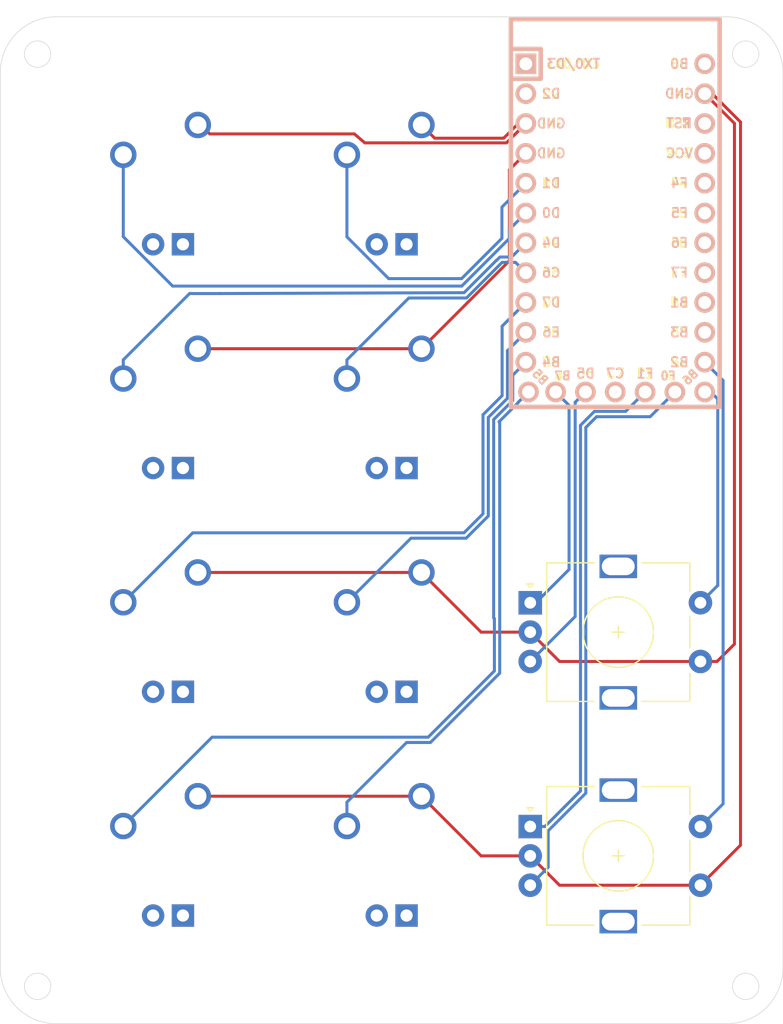
<source format=kicad_pcb>
(kicad_pcb (version 20171130) (host pcbnew "(5.1.5)-2")

  (general
    (thickness 1.6)
    (drawings 18)
    (tracks 133)
    (zones 0)
    (modules 11)
    (nets 28)
  )

  (page A4)
  (layers
    (0 F.Cu signal)
    (31 B.Cu signal)
    (32 B.Adhes user)
    (33 F.Adhes user)
    (34 B.Paste user)
    (35 F.Paste user)
    (36 B.SilkS user)
    (37 F.SilkS user)
    (38 B.Mask user)
    (39 F.Mask user)
    (40 Dwgs.User user)
    (41 Cmts.User user)
    (42 Eco1.User user)
    (43 Eco2.User user)
    (44 Edge.Cuts user)
    (45 Margin user)
    (46 B.CrtYd user)
    (47 F.CrtYd user)
    (48 B.Fab user)
    (49 F.Fab user)
  )

  (setup
    (last_trace_width 0.254)
    (trace_clearance 0.2)
    (zone_clearance 0.508)
    (zone_45_only no)
    (trace_min 0.2)
    (via_size 0.8)
    (via_drill 0.4)
    (via_min_size 0.4)
    (via_min_drill 0.3)
    (uvia_size 0.3)
    (uvia_drill 0.1)
    (uvias_allowed no)
    (uvia_min_size 0.2)
    (uvia_min_drill 0.1)
    (edge_width 0.05)
    (segment_width 0.2)
    (pcb_text_width 0.3)
    (pcb_text_size 1.5 1.5)
    (mod_edge_width 0.12)
    (mod_text_size 1 1)
    (mod_text_width 0.15)
    (pad_size 1.524 1.524)
    (pad_drill 0.762)
    (pad_to_mask_clearance 0.051)
    (solder_mask_min_width 0.25)
    (aux_axis_origin 0 0)
    (visible_elements 7FFFFFFF)
    (pcbplotparams
      (layerselection 0x010fc_ffffffff)
      (usegerberextensions false)
      (usegerberattributes false)
      (usegerberadvancedattributes false)
      (creategerberjobfile false)
      (excludeedgelayer true)
      (linewidth 0.100000)
      (plotframeref false)
      (viasonmask false)
      (mode 1)
      (useauxorigin false)
      (hpglpennumber 1)
      (hpglpenspeed 20)
      (hpglpendiameter 15.000000)
      (psnegative false)
      (psa4output false)
      (plotreference true)
      (plotvalue true)
      (plotinvisibletext false)
      (padsonsilk false)
      (subtractmaskfromsilk false)
      (outputformat 1)
      (mirror false)
      (drillshape 1)
      (scaleselection 1)
      (outputdirectory ""))
  )

  (net 0 "")
  (net 1 SWA1)
  (net 2 GND)
  (net 3 SWB1)
  (net 4 SWB2)
  (net 5 SWC1)
  (net 6 SWC2)
  (net 7 SWD1)
  (net 8 SWD2)
  (net 9 "Net-(U1-Pad27)")
  (net 10 "Net-(U1-Pad24)")
  (net 11 "Net-(U1-Pad22)")
  (net 12 VCC)
  (net 13 SWA2)
  (net 14 "Net-(U1-Pad2)")
  (net 15 "Net-(U1-Pad1)")
  (net 16 Enc1A)
  (net 17 Enc1B)
  (net 18 SWC3)
  (net 19 Enc2A)
  (net 20 Enc2B)
  (net 21 SWD3)
  (net 22 "Net-(U1-Pad15)")
  (net 23 "Net-(U1-Pad16)")
  (net 24 "Net-(U1-Pad17)")
  (net 25 "Net-(U1-Pad18)")
  (net 26 "Net-(U1-Pad19)")
  (net 27 "Net-(U1-Pad20)")

  (net_class Default "This is the default net class."
    (clearance 0.2)
    (trace_width 0.254)
    (via_dia 0.8)
    (via_drill 0.4)
    (uvia_dia 0.3)
    (uvia_drill 0.1)
    (add_net Enc1A)
    (add_net Enc1B)
    (add_net Enc2A)
    (add_net Enc2B)
    (add_net GND)
    (add_net "Net-(U1-Pad1)")
    (add_net "Net-(U1-Pad15)")
    (add_net "Net-(U1-Pad16)")
    (add_net "Net-(U1-Pad17)")
    (add_net "Net-(U1-Pad18)")
    (add_net "Net-(U1-Pad19)")
    (add_net "Net-(U1-Pad2)")
    (add_net "Net-(U1-Pad20)")
    (add_net "Net-(U1-Pad22)")
    (add_net "Net-(U1-Pad24)")
    (add_net "Net-(U1-Pad27)")
    (add_net SWA1)
    (add_net SWA2)
    (add_net SWB1)
    (add_net SWB2)
    (add_net SWC1)
    (add_net SWC2)
    (add_net SWC3)
    (add_net SWD1)
    (add_net SWD2)
    (add_net SWD3)
    (add_net VCC)
  )

  (net_class Power ""
    (clearance 0.2)
    (trace_width 0.381)
    (via_dia 0.8)
    (via_drill 0.4)
    (uvia_dia 0.3)
    (uvia_drill 0.1)
  )

  (module Keebio-Parts:Elite-C (layer F.Cu) (tedit 5BDF551E) (tstamp 5DFAB5E7)
    (at 138.557 38.735 270)
    (path /5DFA8FFC)
    (fp_text reference U1 (at 0 1.625 270) (layer F.SilkS) hide
      (effects (font (size 1.2 1.2) (thickness 0.2032)))
    )
    (fp_text value Elite-C (at 0 0 270) (layer F.SilkS) hide
      (effects (font (size 1.2 1.2) (thickness 0.2032)))
    )
    (fp_line (start -12.7 6.35) (end -12.7 8.89) (layer B.SilkS) (width 0.381))
    (fp_line (start -15.24 6.35) (end -12.7 6.35) (layer B.SilkS) (width 0.381))
    (fp_text user D2 (at -11.43 5.461 180) (layer B.SilkS)
      (effects (font (size 0.8 0.8) (thickness 0.15)) (justify mirror))
    )
    (fp_text user D0 (at -1.27 5.461 180) (layer B.SilkS)
      (effects (font (size 0.8 0.8) (thickness 0.15)) (justify mirror))
    )
    (fp_text user D1 (at -3.81 5.461 180) (layer B.SilkS)
      (effects (font (size 0.8 0.8) (thickness 0.15)) (justify mirror))
    )
    (fp_text user GND (at -6.35 5.461 180) (layer B.SilkS)
      (effects (font (size 0.8 0.8) (thickness 0.15)) (justify mirror))
    )
    (fp_text user GND (at -8.89 5.461 180) (layer B.SilkS)
      (effects (font (size 0.8 0.8) (thickness 0.15)) (justify mirror))
    )
    (fp_text user D4 (at 1.27 5.461 180) (layer B.SilkS)
      (effects (font (size 0.8 0.8) (thickness 0.15)) (justify mirror))
    )
    (fp_text user C6 (at 3.81 5.461 180) (layer B.SilkS)
      (effects (font (size 0.8 0.8) (thickness 0.15)) (justify mirror))
    )
    (fp_text user D7 (at 6.35 5.461 180) (layer B.SilkS)
      (effects (font (size 0.8 0.8) (thickness 0.15)) (justify mirror))
    )
    (fp_text user E6 (at 8.89 5.461 180) (layer B.SilkS)
      (effects (font (size 0.8 0.8) (thickness 0.15)) (justify mirror))
    )
    (fp_text user B4 (at 11.43 5.461 180) (layer B.SilkS)
      (effects (font (size 0.8 0.8) (thickness 0.15)) (justify mirror))
    )
    (fp_text user B5 (at 12.7 6.4 135) (layer B.SilkS)
      (effects (font (size 0.7 0.7) (thickness 0.15)) (justify mirror))
    )
    (fp_text user B2 (at 11.43 -5.461 180) (layer F.SilkS)
      (effects (font (size 0.8 0.8) (thickness 0.15)))
    )
    (fp_text user B3 (at 8.89 -5.461 180) (layer B.SilkS)
      (effects (font (size 0.8 0.8) (thickness 0.15)) (justify mirror))
    )
    (fp_text user B1 (at 6.35 -5.461 180) (layer B.SilkS)
      (effects (font (size 0.8 0.8) (thickness 0.15)) (justify mirror))
    )
    (fp_text user F7 (at 3.81 -5.461 180) (layer F.SilkS)
      (effects (font (size 0.8 0.8) (thickness 0.15)))
    )
    (fp_text user F6 (at 1.27 -5.461 180) (layer F.SilkS)
      (effects (font (size 0.8 0.8) (thickness 0.15)))
    )
    (fp_text user F5 (at -1.27 -5.461 180) (layer F.SilkS)
      (effects (font (size 0.8 0.8) (thickness 0.15)))
    )
    (fp_text user F4 (at -3.81 -5.461 180) (layer B.SilkS)
      (effects (font (size 0.8 0.8) (thickness 0.15)) (justify mirror))
    )
    (fp_text user VCC (at -6.35 -5.461 180) (layer B.SilkS)
      (effects (font (size 0.8 0.8) (thickness 0.15)) (justify mirror))
    )
    (fp_text user GND (at -11.43 -5.461 180) (layer B.SilkS)
      (effects (font (size 0.8 0.8) (thickness 0.15)) (justify mirror))
    )
    (fp_text user B0 (at -13.97 -5.461 180) (layer B.SilkS)
      (effects (font (size 0.8 0.8) (thickness 0.15)) (justify mirror))
    )
    (fp_text user B0 (at -13.97 -5.461 180) (layer F.SilkS)
      (effects (font (size 0.8 0.8) (thickness 0.15)))
    )
    (fp_text user GND (at -11.43 -5.461 180) (layer F.SilkS)
      (effects (font (size 0.8 0.8) (thickness 0.15)))
    )
    (fp_text user ST (at -8.92 -5.73312 180) (layer F.SilkS)
      (effects (font (size 0.8 0.8) (thickness 0.15)))
    )
    (fp_text user VCC (at -6.35 -5.461 180) (layer F.SilkS)
      (effects (font (size 0.8 0.8) (thickness 0.15)))
    )
    (fp_text user F4 (at -3.81 -5.461 180) (layer F.SilkS)
      (effects (font (size 0.8 0.8) (thickness 0.15)))
    )
    (fp_text user F5 (at -1.27 -5.461 180) (layer B.SilkS)
      (effects (font (size 0.8 0.8) (thickness 0.15)) (justify mirror))
    )
    (fp_text user F6 (at 1.27 -5.461 180) (layer B.SilkS)
      (effects (font (size 0.8 0.8) (thickness 0.15)) (justify mirror))
    )
    (fp_text user F7 (at 3.81 -5.461 180) (layer B.SilkS)
      (effects (font (size 0.8 0.8) (thickness 0.15)) (justify mirror))
    )
    (fp_text user B1 (at 6.35 -5.461 180) (layer F.SilkS)
      (effects (font (size 0.8 0.8) (thickness 0.15)))
    )
    (fp_text user B3 (at 8.89 -5.461 180) (layer F.SilkS)
      (effects (font (size 0.8 0.8) (thickness 0.15)))
    )
    (fp_text user B2 (at 11.43 -5.461 180) (layer B.SilkS)
      (effects (font (size 0.8 0.8) (thickness 0.15)) (justify mirror))
    )
    (fp_text user B5 (at 12.7 6.4 135) (layer F.SilkS)
      (effects (font (size 0.7 0.7) (thickness 0.15)))
    )
    (fp_text user B4 (at 11.43 5.461 180) (layer F.SilkS)
      (effects (font (size 0.8 0.8) (thickness 0.15)))
    )
    (fp_text user E6 (at 8.89 5.461 180) (layer F.SilkS)
      (effects (font (size 0.8 0.8) (thickness 0.15)))
    )
    (fp_text user D7 (at 6.35 5.461 180) (layer F.SilkS)
      (effects (font (size 0.8 0.8) (thickness 0.15)))
    )
    (fp_text user C6 (at 3.81 5.461 180) (layer F.SilkS)
      (effects (font (size 0.8 0.8) (thickness 0.15)))
    )
    (fp_text user D4 (at 1.27 5.461 180) (layer F.SilkS)
      (effects (font (size 0.8 0.8) (thickness 0.15)))
    )
    (fp_text user GND (at -8.89 5.461 180) (layer F.SilkS)
      (effects (font (size 0.8 0.8) (thickness 0.15)))
    )
    (fp_text user GND (at -6.35 5.461 180) (layer F.SilkS)
      (effects (font (size 0.8 0.8) (thickness 0.15)))
    )
    (fp_text user D1 (at -3.81 5.461 180) (layer F.SilkS)
      (effects (font (size 0.8 0.8) (thickness 0.15)))
    )
    (fp_text user D0 (at -1.27 5.461 180) (layer F.SilkS)
      (effects (font (size 0.8 0.8) (thickness 0.15)))
    )
    (fp_text user D2 (at -11.43 5.461 180) (layer F.SilkS)
      (effects (font (size 0.8 0.8) (thickness 0.15)))
    )
    (fp_text user TX0/D3 (at -13.97 3.571872 180) (layer B.SilkS)
      (effects (font (size 0.8 0.8) (thickness 0.15)) (justify mirror))
    )
    (fp_text user TX0/D3 (at -13.97 3.571872 180) (layer F.SilkS)
      (effects (font (size 0.8 0.8) (thickness 0.15)))
    )
    (fp_line (start -15.24 8.89) (end 15.24 8.89) (layer F.SilkS) (width 0.381))
    (fp_line (start 15.24 8.89) (end 15.24 -8.89) (layer F.SilkS) (width 0.381))
    (fp_line (start 15.24 -8.89) (end -15.24 -8.89) (layer F.SilkS) (width 0.381))
    (fp_line (start -15.24 6.35) (end -12.7 6.35) (layer F.SilkS) (width 0.381))
    (fp_line (start -12.7 6.35) (end -12.7 8.89) (layer F.SilkS) (width 0.381))
    (fp_poly (pts (xy -9.36064 -4.931568) (xy -9.06064 -4.931568) (xy -9.06064 -4.831568) (xy -9.36064 -4.831568)) (layer F.SilkS) (width 0.15))
    (fp_poly (pts (xy -8.96064 -4.731568) (xy -8.86064 -4.731568) (xy -8.86064 -4.631568) (xy -8.96064 -4.631568)) (layer F.SilkS) (width 0.15))
    (fp_poly (pts (xy -9.36064 -4.931568) (xy -9.26064 -4.931568) (xy -9.26064 -4.431568) (xy -9.36064 -4.431568)) (layer F.SilkS) (width 0.15))
    (fp_poly (pts (xy -9.36064 -4.531568) (xy -8.56064 -4.531568) (xy -8.56064 -4.431568) (xy -9.36064 -4.431568)) (layer F.SilkS) (width 0.15))
    (fp_poly (pts (xy -8.76064 -4.931568) (xy -8.56064 -4.931568) (xy -8.56064 -4.831568) (xy -8.76064 -4.831568)) (layer F.SilkS) (width 0.15))
    (fp_text user ST (at -8.91 -5.04 180) (layer B.SilkS)
      (effects (font (size 0.8 0.8) (thickness 0.15)) (justify mirror))
    )
    (fp_poly (pts (xy -8.95097 -6.044635) (xy -8.85097 -6.044635) (xy -8.85097 -6.144635) (xy -8.95097 -6.144635)) (layer B.SilkS) (width 0.15))
    (fp_poly (pts (xy -9.35097 -6.244635) (xy -8.55097 -6.244635) (xy -8.55097 -6.344635) (xy -9.35097 -6.344635)) (layer B.SilkS) (width 0.15))
    (fp_poly (pts (xy -8.75097 -5.844635) (xy -8.55097 -5.844635) (xy -8.55097 -5.944635) (xy -8.75097 -5.944635)) (layer B.SilkS) (width 0.15))
    (fp_poly (pts (xy -9.35097 -5.844635) (xy -9.05097 -5.844635) (xy -9.05097 -5.944635) (xy -9.35097 -5.944635)) (layer B.SilkS) (width 0.15))
    (fp_poly (pts (xy -9.35097 -5.844635) (xy -9.25097 -5.844635) (xy -9.25097 -6.344635) (xy -9.35097 -6.344635)) (layer B.SilkS) (width 0.15))
    (fp_line (start 15.24 -8.89) (end -17.78 -8.89) (layer B.SilkS) (width 0.381))
    (fp_line (start 15.24 8.89) (end 15.24 -8.89) (layer B.SilkS) (width 0.381))
    (fp_line (start -17.78 8.89) (end 15.24 8.89) (layer B.SilkS) (width 0.381))
    (fp_line (start -17.78 -8.89) (end -17.78 8.89) (layer B.SilkS) (width 0.381))
    (fp_line (start -15.24 -8.89) (end -17.78 -8.89) (layer F.SilkS) (width 0.381))
    (fp_line (start -17.78 -8.89) (end -17.78 8.89) (layer F.SilkS) (width 0.381))
    (fp_line (start -17.78 8.89) (end -15.24 8.89) (layer F.SilkS) (width 0.381))
    (fp_line (start -14.224 -3.556) (end -14.224 3.81) (layer Dwgs.User) (width 0.2))
    (fp_line (start -14.224 3.81) (end -19.304 3.81) (layer Dwgs.User) (width 0.2))
    (fp_line (start -19.304 3.81) (end -19.304 -3.556) (layer Dwgs.User) (width 0.2))
    (fp_line (start -19.304 -3.556) (end -14.224 -3.556) (layer Dwgs.User) (width 0.2))
    (fp_line (start -15.24 6.35) (end -15.24 8.89) (layer B.SilkS) (width 0.381))
    (fp_line (start -15.24 6.35) (end -15.24 8.89) (layer F.SilkS) (width 0.381))
    (fp_text user B7 (at 12.6 4.5 180) (layer F.SilkS)
      (effects (font (size 0.7 0.7) (thickness 0.15)))
    )
    (fp_text user B7 (at 12.6 4.5 180) (layer B.SilkS)
      (effects (font (size 0.7 0.7) (thickness 0.15)) (justify mirror))
    )
    (fp_text user F0 (at 12.6 -4.5 180) (layer B.SilkS)
      (effects (font (size 0.7 0.7) (thickness 0.15)) (justify mirror))
    )
    (fp_text user F0 (at 12.6 -4.5 180) (layer F.SilkS)
      (effects (font (size 0.7 0.7) (thickness 0.15)))
    )
    (fp_text user B6 (at 12.7 -6.4 45 unlocked) (layer F.SilkS)
      (effects (font (size 0.7 0.7) (thickness 0.15)))
    )
    (fp_text user B6 (at 12.7 -6.4 45 unlocked) (layer B.SilkS)
      (effects (font (size 0.7 0.7) (thickness 0.15)) (justify mirror))
    )
    (fp_text user C7 (at 12.4 0 180) (layer F.SilkS)
      (effects (font (size 0.8 0.8) (thickness 0.15)))
    )
    (fp_text user C7 (at 12.4 0 180) (layer B.SilkS)
      (effects (font (size 0.8 0.8) (thickness 0.15)) (justify mirror))
    )
    (fp_text user F1 (at 12.4 -2.54 180) (layer B.SilkS)
      (effects (font (size 0.8 0.8) (thickness 0.15)) (justify mirror))
    )
    (fp_text user F1 (at 12.4 -2.54 180) (layer F.SilkS)
      (effects (font (size 0.8 0.8) (thickness 0.15)))
    )
    (fp_text user D5 (at 12.4 2.54 180) (layer F.SilkS)
      (effects (font (size 0.8 0.8) (thickness 0.15)))
    )
    (fp_text user D5 (at 12.4 2.54 180) (layer B.SilkS)
      (effects (font (size 0.8 0.8) (thickness 0.15)) (justify mirror))
    )
    (pad 1 thru_hole rect (at -13.97 7.62 270) (size 1.7526 1.7526) (drill 1.0922) (layers *.Cu *.SilkS *.Mask)
      (net 15 "Net-(U1-Pad1)"))
    (pad 2 thru_hole circle (at -11.43 7.62 270) (size 1.7526 1.7526) (drill 1.0922) (layers *.Cu *.SilkS *.Mask)
      (net 14 "Net-(U1-Pad2)"))
    (pad 3 thru_hole circle (at -8.89 7.62 270) (size 1.7526 1.7526) (drill 1.0922) (layers *.Cu *.SilkS *.Mask)
      (net 2 GND))
    (pad 4 thru_hole circle (at -6.35 7.62 270) (size 1.7526 1.7526) (drill 1.0922) (layers *.Cu *.SilkS *.Mask)
      (net 2 GND))
    (pad 5 thru_hole circle (at -3.81 7.62 270) (size 1.7526 1.7526) (drill 1.0922) (layers *.Cu *.SilkS *.Mask)
      (net 13 SWA2))
    (pad 6 thru_hole circle (at -1.27 7.62 270) (size 1.7526 1.7526) (drill 1.0922) (layers *.Cu *.SilkS *.Mask)
      (net 1 SWA1))
    (pad 7 thru_hole circle (at 1.27 7.62 270) (size 1.7526 1.7526) (drill 1.0922) (layers *.Cu *.SilkS *.Mask)
      (net 3 SWB1))
    (pad 8 thru_hole circle (at 3.81 7.62 270) (size 1.7526 1.7526) (drill 1.0922) (layers *.Cu *.SilkS *.Mask)
      (net 4 SWB2))
    (pad 9 thru_hole circle (at 6.35 7.62 270) (size 1.7526 1.7526) (drill 1.0922) (layers *.Cu *.SilkS *.Mask)
      (net 5 SWC1))
    (pad 10 thru_hole circle (at 8.89 7.62 270) (size 1.7526 1.7526) (drill 1.0922) (layers *.Cu *.SilkS *.Mask)
      (net 6 SWC2))
    (pad 11 thru_hole circle (at 11.43 7.62 270) (size 1.7526 1.7526) (drill 1.0922) (layers *.Cu *.SilkS *.Mask)
      (net 7 SWD1))
    (pad 13 thru_hole circle (at 13.97 -7.62 270) (size 1.7526 1.7526) (drill 1.0922) (layers *.Cu *.SilkS *.Mask)
      (net 18 SWC3))
    (pad 14 thru_hole circle (at 11.43 -7.62 270) (size 1.7526 1.7526) (drill 1.0922) (layers *.Cu *.SilkS *.Mask)
      (net 21 SWD3))
    (pad 15 thru_hole circle (at 8.89 -7.62 270) (size 1.7526 1.7526) (drill 1.0922) (layers *.Cu *.SilkS *.Mask)
      (net 22 "Net-(U1-Pad15)"))
    (pad 16 thru_hole circle (at 6.35 -7.62 270) (size 1.7526 1.7526) (drill 1.0922) (layers *.Cu *.SilkS *.Mask)
      (net 23 "Net-(U1-Pad16)"))
    (pad 17 thru_hole circle (at 3.81 -7.62 270) (size 1.7526 1.7526) (drill 1.0922) (layers *.Cu *.SilkS *.Mask)
      (net 24 "Net-(U1-Pad17)"))
    (pad 18 thru_hole circle (at 1.27 -7.62 270) (size 1.7526 1.7526) (drill 1.0922) (layers *.Cu *.SilkS *.Mask)
      (net 25 "Net-(U1-Pad18)"))
    (pad 19 thru_hole circle (at -1.27 -7.62 270) (size 1.7526 1.7526) (drill 1.0922) (layers *.Cu *.SilkS *.Mask)
      (net 26 "Net-(U1-Pad19)"))
    (pad 20 thru_hole circle (at -3.81 -7.62 270) (size 1.7526 1.7526) (drill 1.0922) (layers *.Cu *.SilkS *.Mask)
      (net 27 "Net-(U1-Pad20)"))
    (pad 21 thru_hole circle (at -6.35 -7.62 270) (size 1.7526 1.7526) (drill 1.0922) (layers *.Cu *.SilkS *.Mask)
      (net 12 VCC))
    (pad 22 thru_hole circle (at -8.89 -7.62 270) (size 1.7526 1.7526) (drill 1.0922) (layers *.Cu *.SilkS *.Mask)
      (net 11 "Net-(U1-Pad22)"))
    (pad 23 thru_hole circle (at -11.43 -7.62 270) (size 1.7526 1.7526) (drill 1.0922) (layers *.Cu *.SilkS *.Mask)
      (net 2 GND))
    (pad 12 thru_hole circle (at 13.97 7.3914 270) (size 1.7526 1.7526) (drill 1.0922) (layers *.Cu *.SilkS *.Mask)
      (net 8 SWD2))
    (pad 24 thru_hole circle (at -13.97 -7.62 270) (size 1.7526 1.7526) (drill 1.0922) (layers *.Cu *.SilkS *.Mask)
      (net 10 "Net-(U1-Pad24)"))
    (pad 29 thru_hole circle (at 13.97 -5.08 270) (size 1.7526 1.7526) (drill 1.0922) (layers *.Cu *.SilkS *.Mask)
      (net 20 Enc2B))
    (pad 28 thru_hole circle (at 13.97 -2.54 270) (size 1.7526 1.7526) (drill 1.0922) (layers *.Cu *.SilkS *.Mask)
      (net 19 Enc2A))
    (pad 27 thru_hole circle (at 13.97 0 270) (size 1.7526 1.7526) (drill 1.0922) (layers *.Cu *.SilkS *.Mask)
      (net 9 "Net-(U1-Pad27)"))
    (pad 26 thru_hole circle (at 13.97 2.54 270) (size 1.7526 1.7526) (drill 1.0922) (layers *.Cu *.SilkS *.Mask)
      (net 17 Enc1B))
    (pad 25 thru_hole circle (at 13.97 5.08 270) (size 1.7526 1.7526) (drill 1.0922) (layers *.Cu *.SilkS *.Mask)
      (net 16 Enc1A))
    (model /Users/danny/Documents/proj/custom-keyboard/kicad-libs/3d_models/ArduinoProMicro.wrl
      (offset (xyz -13.96999979019165 -7.619999885559082 -5.841999912261963))
      (scale (xyz 0.395 0.395 0.395))
      (rotate (xyz 90 180 180))
    )
  )

  (module Keebio-Parts:RotaryEncoder_EC11 (layer F.Cu) (tedit 5D936EDB) (tstamp 5DFD99DB)
    (at 138.811 92.202)
    (descr "Alps rotary encoder, EC12E... with switch, vertical shaft, http://www.alps.com/prod/info/E/HTML/Encoder/Incremental/EC11/EC11E15204A3.html")
    (tags "rotary encoder")
    (path /5E04C0DB)
    (fp_text reference SW_E2 (at -4.7 -7.2) (layer F.Fab)
      (effects (font (size 1 1) (thickness 0.15)))
    )
    (fp_text value Rotary_Encoder_Switch (at 0 7.9) (layer F.Fab)
      (effects (font (size 1 1) (thickness 0.15)))
    )
    (fp_circle (center 0 0) (end 3 0) (layer F.Fab) (width 0.12))
    (fp_circle (center 0 0) (end 3 0) (layer F.SilkS) (width 0.12))
    (fp_line (start 8.5 7.1) (end -9 7.1) (layer F.CrtYd) (width 0.05))
    (fp_line (start 8.5 7.1) (end 8.5 -7.1) (layer F.CrtYd) (width 0.05))
    (fp_line (start -9 -7.1) (end -9 7.1) (layer F.CrtYd) (width 0.05))
    (fp_line (start -9 -7.1) (end 8.5 -7.1) (layer F.CrtYd) (width 0.05))
    (fp_line (start -5 -5.8) (end 6 -5.8) (layer F.Fab) (width 0.12))
    (fp_line (start 6 -5.8) (end 6 5.8) (layer F.Fab) (width 0.12))
    (fp_line (start 6 5.8) (end -6 5.8) (layer F.Fab) (width 0.12))
    (fp_line (start -6 5.8) (end -6 -4.7) (layer F.Fab) (width 0.12))
    (fp_line (start -6 -4.7) (end -5 -5.8) (layer F.Fab) (width 0.12))
    (fp_line (start 2 -5.9) (end 6.1 -5.9) (layer F.SilkS) (width 0.12))
    (fp_line (start 6.1 5.9) (end 2 5.9) (layer F.SilkS) (width 0.12))
    (fp_line (start -2 5.9) (end -6.1 5.9) (layer F.SilkS) (width 0.12))
    (fp_line (start -2 -5.9) (end -6.1 -5.9) (layer F.SilkS) (width 0.12))
    (fp_line (start -6.1 -5.9) (end -6.1 5.9) (layer F.SilkS) (width 0.12))
    (fp_line (start -7.5 -3.8) (end -7.8 -4.1) (layer F.SilkS) (width 0.12))
    (fp_line (start -7.8 -4.1) (end -7.2 -4.1) (layer F.SilkS) (width 0.12))
    (fp_line (start -7.2 -4.1) (end -7.5 -3.8) (layer F.SilkS) (width 0.12))
    (fp_line (start 0 -3) (end 0 3) (layer F.Fab) (width 0.12))
    (fp_line (start -3 0) (end 3 0) (layer F.Fab) (width 0.12))
    (fp_line (start 6.1 -5.9) (end 6.1 -3.5) (layer F.SilkS) (width 0.12))
    (fp_line (start 6.1 -1.3) (end 6.1 1.3) (layer F.SilkS) (width 0.12))
    (fp_line (start 6.1 3.5) (end 6.1 5.9) (layer F.SilkS) (width 0.12))
    (fp_line (start 0 -0.5) (end 0 0.5) (layer F.SilkS) (width 0.12))
    (fp_line (start -0.5 0) (end 0.5 0) (layer F.SilkS) (width 0.12))
    (fp_text user %R (at 3.6 3.8) (layer F.Fab)
      (effects (font (size 1 1) (thickness 0.15)))
    )
    (pad S1 thru_hole circle (at 7 2.5) (size 2 2) (drill 1) (layers *.Cu *.Mask)
      (net 2 GND))
    (pad S2 thru_hole circle (at 7 -2.5) (size 2 2) (drill 1) (layers *.Cu *.Mask)
      (net 21 SWD3))
    (pad "" np_thru_hole rect (at 0 5.6) (size 3.2 2) (drill oval 2.8 1.5) (layers *.Cu *.Mask))
    (pad "" np_thru_hole rect (at 0 -5.6) (size 3.2 2) (drill oval 2.8 1.5) (layers *.Cu *.Mask))
    (pad B thru_hole circle (at -7.5 2.5) (size 2 2) (drill 1) (layers *.Cu *.Mask)
      (net 20 Enc2B))
    (pad C thru_hole circle (at -7.5 0) (size 2 2) (drill 1) (layers *.Cu *.Mask)
      (net 2 GND))
    (pad A thru_hole rect (at -7.5 -2.5) (size 2 2) (drill 1) (layers *.Cu *.Mask)
      (net 19 Enc2A))
    (model ${KISYS3DMOD}/Rotary_Encoder.3dshapes/RotaryEncoder_Alps_EC11E-Switch_Vertical_H20mm.wrl
      (at (xyz 0 0 0))
      (scale (xyz 1 1 1))
      (rotate (xyz 0 0 0))
    )
  )

  (module MX_Only:MXOnly-1U (layer F.Cu) (tedit 5AC9901D) (tstamp 5DFAB4E4)
    (at 119.507 35.052)
    (path /5E034F42)
    (fp_text reference SW_A2 (at 0 3.175) (layer Dwgs.User)
      (effects (font (size 1 1) (thickness 0.15)))
    )
    (fp_text value MX_LED (at 0 -7.9375) (layer Dwgs.User)
      (effects (font (size 1 1) (thickness 0.15)))
    )
    (fp_line (start 5 -7) (end 7 -7) (layer Dwgs.User) (width 0.15))
    (fp_line (start 7 -7) (end 7 -5) (layer Dwgs.User) (width 0.15))
    (fp_line (start 5 7) (end 7 7) (layer Dwgs.User) (width 0.15))
    (fp_line (start 7 7) (end 7 5) (layer Dwgs.User) (width 0.15))
    (fp_line (start -7 5) (end -7 7) (layer Dwgs.User) (width 0.15))
    (fp_line (start -7 7) (end -5 7) (layer Dwgs.User) (width 0.15))
    (fp_line (start -5 -7) (end -7 -7) (layer Dwgs.User) (width 0.15))
    (fp_line (start -7 -7) (end -7 -5) (layer Dwgs.User) (width 0.15))
    (fp_line (start -9.525 -9.525) (end 9.525 -9.525) (layer Dwgs.User) (width 0.15))
    (fp_line (start 9.525 -9.525) (end 9.525 9.525) (layer Dwgs.User) (width 0.15))
    (fp_line (start 9.525 9.525) (end -9.525 9.525) (layer Dwgs.User) (width 0.15))
    (fp_line (start -9.525 9.525) (end -9.525 -9.525) (layer Dwgs.User) (width 0.15))
    (pad 2 thru_hole circle (at 2.54 -5.08) (size 2.25 2.25) (drill 1.47) (layers *.Cu B.Mask)
      (net 2 GND))
    (pad "" np_thru_hole circle (at 0 0) (size 3.9878 3.9878) (drill 3.9878) (layers *.Cu *.Mask))
    (pad 1 thru_hole circle (at -3.81 -2.54) (size 2.25 2.25) (drill 1.47) (layers *.Cu B.Mask)
      (net 13 SWA2))
    (pad 3 thru_hole circle (at -1.27 5.08) (size 1.905 1.905) (drill 1.04) (layers *.Cu B.Mask))
    (pad 4 thru_hole rect (at 1.27 5.08) (size 1.905 1.905) (drill 1.04) (layers *.Cu B.Mask))
    (pad "" np_thru_hole circle (at -5.08 0 48.0996) (size 1.75 1.75) (drill 1.75) (layers *.Cu *.Mask))
    (pad "" np_thru_hole circle (at 5.08 0 48.0996) (size 1.75 1.75) (drill 1.75) (layers *.Cu *.Mask))
  )

  (module Keebio-Parts:RotaryEncoder_EC11 (layer F.Cu) (tedit 5D936EDB) (tstamp 5DFD97D0)
    (at 138.811 73.152)
    (descr "Alps rotary encoder, EC12E... with switch, vertical shaft, http://www.alps.com/prod/info/E/HTML/Encoder/Incremental/EC11/EC11E15204A3.html")
    (tags "rotary encoder")
    (path /5E04A0CF)
    (fp_text reference SW_E1 (at -4.7 -7.2) (layer F.Fab)
      (effects (font (size 1 1) (thickness 0.15)))
    )
    (fp_text value Rotary_Encoder_Switch (at 0 7.9) (layer F.Fab)
      (effects (font (size 1 1) (thickness 0.15)))
    )
    (fp_text user %R (at 3.6 3.8) (layer F.Fab)
      (effects (font (size 1 1) (thickness 0.15)))
    )
    (fp_line (start -0.5 0) (end 0.5 0) (layer F.SilkS) (width 0.12))
    (fp_line (start 0 -0.5) (end 0 0.5) (layer F.SilkS) (width 0.12))
    (fp_line (start 6.1 3.5) (end 6.1 5.9) (layer F.SilkS) (width 0.12))
    (fp_line (start 6.1 -1.3) (end 6.1 1.3) (layer F.SilkS) (width 0.12))
    (fp_line (start 6.1 -5.9) (end 6.1 -3.5) (layer F.SilkS) (width 0.12))
    (fp_line (start -3 0) (end 3 0) (layer F.Fab) (width 0.12))
    (fp_line (start 0 -3) (end 0 3) (layer F.Fab) (width 0.12))
    (fp_line (start -7.2 -4.1) (end -7.5 -3.8) (layer F.SilkS) (width 0.12))
    (fp_line (start -7.8 -4.1) (end -7.2 -4.1) (layer F.SilkS) (width 0.12))
    (fp_line (start -7.5 -3.8) (end -7.8 -4.1) (layer F.SilkS) (width 0.12))
    (fp_line (start -6.1 -5.9) (end -6.1 5.9) (layer F.SilkS) (width 0.12))
    (fp_line (start -2 -5.9) (end -6.1 -5.9) (layer F.SilkS) (width 0.12))
    (fp_line (start -2 5.9) (end -6.1 5.9) (layer F.SilkS) (width 0.12))
    (fp_line (start 6.1 5.9) (end 2 5.9) (layer F.SilkS) (width 0.12))
    (fp_line (start 2 -5.9) (end 6.1 -5.9) (layer F.SilkS) (width 0.12))
    (fp_line (start -6 -4.7) (end -5 -5.8) (layer F.Fab) (width 0.12))
    (fp_line (start -6 5.8) (end -6 -4.7) (layer F.Fab) (width 0.12))
    (fp_line (start 6 5.8) (end -6 5.8) (layer F.Fab) (width 0.12))
    (fp_line (start 6 -5.8) (end 6 5.8) (layer F.Fab) (width 0.12))
    (fp_line (start -5 -5.8) (end 6 -5.8) (layer F.Fab) (width 0.12))
    (fp_line (start -9 -7.1) (end 8.5 -7.1) (layer F.CrtYd) (width 0.05))
    (fp_line (start -9 -7.1) (end -9 7.1) (layer F.CrtYd) (width 0.05))
    (fp_line (start 8.5 7.1) (end 8.5 -7.1) (layer F.CrtYd) (width 0.05))
    (fp_line (start 8.5 7.1) (end -9 7.1) (layer F.CrtYd) (width 0.05))
    (fp_circle (center 0 0) (end 3 0) (layer F.SilkS) (width 0.12))
    (fp_circle (center 0 0) (end 3 0) (layer F.Fab) (width 0.12))
    (pad A thru_hole rect (at -7.5 -2.5) (size 2 2) (drill 1) (layers *.Cu *.Mask)
      (net 16 Enc1A))
    (pad C thru_hole circle (at -7.5 0) (size 2 2) (drill 1) (layers *.Cu *.Mask)
      (net 2 GND))
    (pad B thru_hole circle (at -7.5 2.5) (size 2 2) (drill 1) (layers *.Cu *.Mask)
      (net 17 Enc1B))
    (pad "" np_thru_hole rect (at 0 -5.6) (size 3.2 2) (drill oval 2.8 1.5) (layers *.Cu *.Mask))
    (pad "" np_thru_hole rect (at 0 5.6) (size 3.2 2) (drill oval 2.8 1.5) (layers *.Cu *.Mask))
    (pad S2 thru_hole circle (at 7 -2.5) (size 2 2) (drill 1) (layers *.Cu *.Mask)
      (net 18 SWC3))
    (pad S1 thru_hole circle (at 7 2.5) (size 2 2) (drill 1) (layers *.Cu *.Mask)
      (net 2 GND))
    (model ${KISYS3DMOD}/Rotary_Encoder.3dshapes/RotaryEncoder_Alps_EC11E-Switch_Vertical_H20mm.wrl
      (at (xyz 0 0 0))
      (scale (xyz 1 1 1))
      (rotate (xyz 0 0 0))
    )
  )

  (module MX_Only:MXOnly-1U (layer F.Cu) (tedit 5AC9901D) (tstamp 5DFAB4FB)
    (at 100.457 54.102)
    (path /5E038B86)
    (fp_text reference SW_B1 (at 0 3.175) (layer Dwgs.User)
      (effects (font (size 1 1) (thickness 0.15)))
    )
    (fp_text value MX_LED (at 0 -7.9375) (layer Dwgs.User)
      (effects (font (size 1 1) (thickness 0.15)))
    )
    (fp_line (start -9.525 9.525) (end -9.525 -9.525) (layer Dwgs.User) (width 0.15))
    (fp_line (start 9.525 9.525) (end -9.525 9.525) (layer Dwgs.User) (width 0.15))
    (fp_line (start 9.525 -9.525) (end 9.525 9.525) (layer Dwgs.User) (width 0.15))
    (fp_line (start -9.525 -9.525) (end 9.525 -9.525) (layer Dwgs.User) (width 0.15))
    (fp_line (start -7 -7) (end -7 -5) (layer Dwgs.User) (width 0.15))
    (fp_line (start -5 -7) (end -7 -7) (layer Dwgs.User) (width 0.15))
    (fp_line (start -7 7) (end -5 7) (layer Dwgs.User) (width 0.15))
    (fp_line (start -7 5) (end -7 7) (layer Dwgs.User) (width 0.15))
    (fp_line (start 7 7) (end 7 5) (layer Dwgs.User) (width 0.15))
    (fp_line (start 5 7) (end 7 7) (layer Dwgs.User) (width 0.15))
    (fp_line (start 7 -7) (end 7 -5) (layer Dwgs.User) (width 0.15))
    (fp_line (start 5 -7) (end 7 -7) (layer Dwgs.User) (width 0.15))
    (pad "" np_thru_hole circle (at 5.08 0 48.0996) (size 1.75 1.75) (drill 1.75) (layers *.Cu *.Mask))
    (pad "" np_thru_hole circle (at -5.08 0 48.0996) (size 1.75 1.75) (drill 1.75) (layers *.Cu *.Mask))
    (pad 4 thru_hole rect (at 1.27 5.08) (size 1.905 1.905) (drill 1.04) (layers *.Cu B.Mask))
    (pad 3 thru_hole circle (at -1.27 5.08) (size 1.905 1.905) (drill 1.04) (layers *.Cu B.Mask))
    (pad 1 thru_hole circle (at -3.81 -2.54) (size 2.25 2.25) (drill 1.47) (layers *.Cu B.Mask)
      (net 3 SWB1))
    (pad "" np_thru_hole circle (at 0 0) (size 3.9878 3.9878) (drill 3.9878) (layers *.Cu *.Mask))
    (pad 2 thru_hole circle (at 2.54 -5.08) (size 2.25 2.25) (drill 1.47) (layers *.Cu B.Mask)
      (net 2 GND))
  )

  (module MX_Only:MXOnly-1U (layer F.Cu) (tedit 5AC9901D) (tstamp 5DFAB56E)
    (at 119.507 92.202)
    (path /5E03A31C)
    (fp_text reference SW_D2 (at 0 3.175) (layer Dwgs.User)
      (effects (font (size 1 1) (thickness 0.15)))
    )
    (fp_text value MX_LED (at 0 -7.9375) (layer Dwgs.User)
      (effects (font (size 1 1) (thickness 0.15)))
    )
    (fp_line (start -9.525 9.525) (end -9.525 -9.525) (layer Dwgs.User) (width 0.15))
    (fp_line (start 9.525 9.525) (end -9.525 9.525) (layer Dwgs.User) (width 0.15))
    (fp_line (start 9.525 -9.525) (end 9.525 9.525) (layer Dwgs.User) (width 0.15))
    (fp_line (start -9.525 -9.525) (end 9.525 -9.525) (layer Dwgs.User) (width 0.15))
    (fp_line (start -7 -7) (end -7 -5) (layer Dwgs.User) (width 0.15))
    (fp_line (start -5 -7) (end -7 -7) (layer Dwgs.User) (width 0.15))
    (fp_line (start -7 7) (end -5 7) (layer Dwgs.User) (width 0.15))
    (fp_line (start -7 5) (end -7 7) (layer Dwgs.User) (width 0.15))
    (fp_line (start 7 7) (end 7 5) (layer Dwgs.User) (width 0.15))
    (fp_line (start 5 7) (end 7 7) (layer Dwgs.User) (width 0.15))
    (fp_line (start 7 -7) (end 7 -5) (layer Dwgs.User) (width 0.15))
    (fp_line (start 5 -7) (end 7 -7) (layer Dwgs.User) (width 0.15))
    (pad "" np_thru_hole circle (at 5.08 0 48.0996) (size 1.75 1.75) (drill 1.75) (layers *.Cu *.Mask))
    (pad "" np_thru_hole circle (at -5.08 0 48.0996) (size 1.75 1.75) (drill 1.75) (layers *.Cu *.Mask))
    (pad 4 thru_hole rect (at 1.27 5.08) (size 1.905 1.905) (drill 1.04) (layers *.Cu B.Mask))
    (pad 3 thru_hole circle (at -1.27 5.08) (size 1.905 1.905) (drill 1.04) (layers *.Cu B.Mask))
    (pad 1 thru_hole circle (at -3.81 -2.54) (size 2.25 2.25) (drill 1.47) (layers *.Cu B.Mask)
      (net 8 SWD2))
    (pad "" np_thru_hole circle (at 0 0) (size 3.9878 3.9878) (drill 3.9878) (layers *.Cu *.Mask))
    (pad 2 thru_hole circle (at 2.54 -5.08) (size 2.25 2.25) (drill 1.47) (layers *.Cu B.Mask)
      (net 2 GND))
  )

  (module MX_Only:MXOnly-1U (layer F.Cu) (tedit 5AC9901D) (tstamp 5DFAB557)
    (at 100.457 92.202)
    (path /5E03A316)
    (fp_text reference SW_D1 (at 0 3.175) (layer Dwgs.User)
      (effects (font (size 1 1) (thickness 0.15)))
    )
    (fp_text value MX_LED (at 0 -7.9375) (layer Dwgs.User)
      (effects (font (size 1 1) (thickness 0.15)))
    )
    (fp_line (start -9.525 9.525) (end -9.525 -9.525) (layer Dwgs.User) (width 0.15))
    (fp_line (start 9.525 9.525) (end -9.525 9.525) (layer Dwgs.User) (width 0.15))
    (fp_line (start 9.525 -9.525) (end 9.525 9.525) (layer Dwgs.User) (width 0.15))
    (fp_line (start -9.525 -9.525) (end 9.525 -9.525) (layer Dwgs.User) (width 0.15))
    (fp_line (start -7 -7) (end -7 -5) (layer Dwgs.User) (width 0.15))
    (fp_line (start -5 -7) (end -7 -7) (layer Dwgs.User) (width 0.15))
    (fp_line (start -7 7) (end -5 7) (layer Dwgs.User) (width 0.15))
    (fp_line (start -7 5) (end -7 7) (layer Dwgs.User) (width 0.15))
    (fp_line (start 7 7) (end 7 5) (layer Dwgs.User) (width 0.15))
    (fp_line (start 5 7) (end 7 7) (layer Dwgs.User) (width 0.15))
    (fp_line (start 7 -7) (end 7 -5) (layer Dwgs.User) (width 0.15))
    (fp_line (start 5 -7) (end 7 -7) (layer Dwgs.User) (width 0.15))
    (pad "" np_thru_hole circle (at 5.08 0 48.0996) (size 1.75 1.75) (drill 1.75) (layers *.Cu *.Mask))
    (pad "" np_thru_hole circle (at -5.08 0 48.0996) (size 1.75 1.75) (drill 1.75) (layers *.Cu *.Mask))
    (pad 4 thru_hole rect (at 1.27 5.08) (size 1.905 1.905) (drill 1.04) (layers *.Cu B.Mask))
    (pad 3 thru_hole circle (at -1.27 5.08) (size 1.905 1.905) (drill 1.04) (layers *.Cu B.Mask))
    (pad 1 thru_hole circle (at -3.81 -2.54) (size 2.25 2.25) (drill 1.47) (layers *.Cu B.Mask)
      (net 7 SWD1))
    (pad "" np_thru_hole circle (at 0 0) (size 3.9878 3.9878) (drill 3.9878) (layers *.Cu *.Mask))
    (pad 2 thru_hole circle (at 2.54 -5.08) (size 2.25 2.25) (drill 1.47) (layers *.Cu B.Mask)
      (net 2 GND))
  )

  (module MX_Only:MXOnly-1U (layer F.Cu) (tedit 5AC9901D) (tstamp 5DFAB540)
    (at 119.507 73.152)
    (path /5E039330)
    (fp_text reference SW_C2 (at 0 3.175) (layer Dwgs.User)
      (effects (font (size 1 1) (thickness 0.15)))
    )
    (fp_text value MX_LED (at 0 -7.9375) (layer Dwgs.User)
      (effects (font (size 1 1) (thickness 0.15)))
    )
    (fp_line (start -9.525 9.525) (end -9.525 -9.525) (layer Dwgs.User) (width 0.15))
    (fp_line (start 9.525 9.525) (end -9.525 9.525) (layer Dwgs.User) (width 0.15))
    (fp_line (start 9.525 -9.525) (end 9.525 9.525) (layer Dwgs.User) (width 0.15))
    (fp_line (start -9.525 -9.525) (end 9.525 -9.525) (layer Dwgs.User) (width 0.15))
    (fp_line (start -7 -7) (end -7 -5) (layer Dwgs.User) (width 0.15))
    (fp_line (start -5 -7) (end -7 -7) (layer Dwgs.User) (width 0.15))
    (fp_line (start -7 7) (end -5 7) (layer Dwgs.User) (width 0.15))
    (fp_line (start -7 5) (end -7 7) (layer Dwgs.User) (width 0.15))
    (fp_line (start 7 7) (end 7 5) (layer Dwgs.User) (width 0.15))
    (fp_line (start 5 7) (end 7 7) (layer Dwgs.User) (width 0.15))
    (fp_line (start 7 -7) (end 7 -5) (layer Dwgs.User) (width 0.15))
    (fp_line (start 5 -7) (end 7 -7) (layer Dwgs.User) (width 0.15))
    (pad "" np_thru_hole circle (at 5.08 0 48.0996) (size 1.75 1.75) (drill 1.75) (layers *.Cu *.Mask))
    (pad "" np_thru_hole circle (at -5.08 0 48.0996) (size 1.75 1.75) (drill 1.75) (layers *.Cu *.Mask))
    (pad 4 thru_hole rect (at 1.27 5.08) (size 1.905 1.905) (drill 1.04) (layers *.Cu B.Mask))
    (pad 3 thru_hole circle (at -1.27 5.08) (size 1.905 1.905) (drill 1.04) (layers *.Cu B.Mask))
    (pad 1 thru_hole circle (at -3.81 -2.54) (size 2.25 2.25) (drill 1.47) (layers *.Cu B.Mask)
      (net 6 SWC2))
    (pad "" np_thru_hole circle (at 0 0) (size 3.9878 3.9878) (drill 3.9878) (layers *.Cu *.Mask))
    (pad 2 thru_hole circle (at 2.54 -5.08) (size 2.25 2.25) (drill 1.47) (layers *.Cu B.Mask)
      (net 2 GND))
  )

  (module MX_Only:MXOnly-1U (layer F.Cu) (tedit 5AC9901D) (tstamp 5DFAB529)
    (at 100.457 73.152)
    (path /5E03932A)
    (fp_text reference SW_C1 (at 0 3.175) (layer Dwgs.User)
      (effects (font (size 1 1) (thickness 0.15)))
    )
    (fp_text value MX_LED (at 0 -7.9375) (layer Dwgs.User)
      (effects (font (size 1 1) (thickness 0.15)))
    )
    (fp_line (start -9.525 9.525) (end -9.525 -9.525) (layer Dwgs.User) (width 0.15))
    (fp_line (start 9.525 9.525) (end -9.525 9.525) (layer Dwgs.User) (width 0.15))
    (fp_line (start 9.525 -9.525) (end 9.525 9.525) (layer Dwgs.User) (width 0.15))
    (fp_line (start -9.525 -9.525) (end 9.525 -9.525) (layer Dwgs.User) (width 0.15))
    (fp_line (start -7 -7) (end -7 -5) (layer Dwgs.User) (width 0.15))
    (fp_line (start -5 -7) (end -7 -7) (layer Dwgs.User) (width 0.15))
    (fp_line (start -7 7) (end -5 7) (layer Dwgs.User) (width 0.15))
    (fp_line (start -7 5) (end -7 7) (layer Dwgs.User) (width 0.15))
    (fp_line (start 7 7) (end 7 5) (layer Dwgs.User) (width 0.15))
    (fp_line (start 5 7) (end 7 7) (layer Dwgs.User) (width 0.15))
    (fp_line (start 7 -7) (end 7 -5) (layer Dwgs.User) (width 0.15))
    (fp_line (start 5 -7) (end 7 -7) (layer Dwgs.User) (width 0.15))
    (pad "" np_thru_hole circle (at 5.08 0 48.0996) (size 1.75 1.75) (drill 1.75) (layers *.Cu *.Mask))
    (pad "" np_thru_hole circle (at -5.08 0 48.0996) (size 1.75 1.75) (drill 1.75) (layers *.Cu *.Mask))
    (pad 4 thru_hole rect (at 1.27 5.08) (size 1.905 1.905) (drill 1.04) (layers *.Cu B.Mask))
    (pad 3 thru_hole circle (at -1.27 5.08) (size 1.905 1.905) (drill 1.04) (layers *.Cu B.Mask))
    (pad 1 thru_hole circle (at -3.81 -2.54) (size 2.25 2.25) (drill 1.47) (layers *.Cu B.Mask)
      (net 5 SWC1))
    (pad "" np_thru_hole circle (at 0 0) (size 3.9878 3.9878) (drill 3.9878) (layers *.Cu *.Mask))
    (pad 2 thru_hole circle (at 2.54 -5.08) (size 2.25 2.25) (drill 1.47) (layers *.Cu B.Mask)
      (net 2 GND))
  )

  (module MX_Only:MXOnly-1U (layer F.Cu) (tedit 5AC9901D) (tstamp 5DFAB512)
    (at 119.507 54.102)
    (path /5E038B8C)
    (fp_text reference SW_B2 (at 0 3.175) (layer Dwgs.User)
      (effects (font (size 1 1) (thickness 0.15)))
    )
    (fp_text value MX_LED (at 0 -7.9375) (layer Dwgs.User)
      (effects (font (size 1 1) (thickness 0.15)))
    )
    (fp_line (start -9.525 9.525) (end -9.525 -9.525) (layer Dwgs.User) (width 0.15))
    (fp_line (start 9.525 9.525) (end -9.525 9.525) (layer Dwgs.User) (width 0.15))
    (fp_line (start 9.525 -9.525) (end 9.525 9.525) (layer Dwgs.User) (width 0.15))
    (fp_line (start -9.525 -9.525) (end 9.525 -9.525) (layer Dwgs.User) (width 0.15))
    (fp_line (start -7 -7) (end -7 -5) (layer Dwgs.User) (width 0.15))
    (fp_line (start -5 -7) (end -7 -7) (layer Dwgs.User) (width 0.15))
    (fp_line (start -7 7) (end -5 7) (layer Dwgs.User) (width 0.15))
    (fp_line (start -7 5) (end -7 7) (layer Dwgs.User) (width 0.15))
    (fp_line (start 7 7) (end 7 5) (layer Dwgs.User) (width 0.15))
    (fp_line (start 5 7) (end 7 7) (layer Dwgs.User) (width 0.15))
    (fp_line (start 7 -7) (end 7 -5) (layer Dwgs.User) (width 0.15))
    (fp_line (start 5 -7) (end 7 -7) (layer Dwgs.User) (width 0.15))
    (pad "" np_thru_hole circle (at 5.08 0 48.0996) (size 1.75 1.75) (drill 1.75) (layers *.Cu *.Mask))
    (pad "" np_thru_hole circle (at -5.08 0 48.0996) (size 1.75 1.75) (drill 1.75) (layers *.Cu *.Mask))
    (pad 4 thru_hole rect (at 1.27 5.08) (size 1.905 1.905) (drill 1.04) (layers *.Cu B.Mask))
    (pad 3 thru_hole circle (at -1.27 5.08) (size 1.905 1.905) (drill 1.04) (layers *.Cu B.Mask))
    (pad 1 thru_hole circle (at -3.81 -2.54) (size 2.25 2.25) (drill 1.47) (layers *.Cu B.Mask)
      (net 4 SWB2))
    (pad "" np_thru_hole circle (at 0 0) (size 3.9878 3.9878) (drill 3.9878) (layers *.Cu *.Mask))
    (pad 2 thru_hole circle (at 2.54 -5.08) (size 2.25 2.25) (drill 1.47) (layers *.Cu B.Mask)
      (net 2 GND))
  )

  (module MX_Only:MXOnly-1U (layer F.Cu) (tedit 5AC9901D) (tstamp 5DFAB4CD)
    (at 100.457 35.052)
    (path /5E0322A7)
    (fp_text reference SW_A1 (at 0 3.175) (layer Dwgs.User)
      (effects (font (size 1 1) (thickness 0.15)))
    )
    (fp_text value MX_LED (at 0 -7.9375) (layer Dwgs.User)
      (effects (font (size 1 1) (thickness 0.15)))
    )
    (fp_line (start 5 -7) (end 7 -7) (layer Dwgs.User) (width 0.15))
    (fp_line (start 7 -7) (end 7 -5) (layer Dwgs.User) (width 0.15))
    (fp_line (start 5 7) (end 7 7) (layer Dwgs.User) (width 0.15))
    (fp_line (start 7 7) (end 7 5) (layer Dwgs.User) (width 0.15))
    (fp_line (start -7 5) (end -7 7) (layer Dwgs.User) (width 0.15))
    (fp_line (start -7 7) (end -5 7) (layer Dwgs.User) (width 0.15))
    (fp_line (start -5 -7) (end -7 -7) (layer Dwgs.User) (width 0.15))
    (fp_line (start -7 -7) (end -7 -5) (layer Dwgs.User) (width 0.15))
    (fp_line (start -9.525 -9.525) (end 9.525 -9.525) (layer Dwgs.User) (width 0.15))
    (fp_line (start 9.525 -9.525) (end 9.525 9.525) (layer Dwgs.User) (width 0.15))
    (fp_line (start 9.525 9.525) (end -9.525 9.525) (layer Dwgs.User) (width 0.15))
    (fp_line (start -9.525 9.525) (end -9.525 -9.525) (layer Dwgs.User) (width 0.15))
    (pad 2 thru_hole circle (at 2.54 -5.08) (size 2.25 2.25) (drill 1.47) (layers *.Cu B.Mask)
      (net 2 GND))
    (pad "" np_thru_hole circle (at 0 0) (size 3.9878 3.9878) (drill 3.9878) (layers *.Cu *.Mask))
    (pad 1 thru_hole circle (at -3.81 -2.54) (size 2.25 2.25) (drill 1.47) (layers *.Cu B.Mask)
      (net 1 SWA1))
    (pad 3 thru_hole circle (at -1.27 5.08) (size 1.905 1.905) (drill 1.04) (layers *.Cu B.Mask))
    (pad 4 thru_hole rect (at 1.27 5.08) (size 1.905 1.905) (drill 1.04) (layers *.Cu B.Mask))
    (pad "" np_thru_hole circle (at -5.08 0 48.0996) (size 1.75 1.75) (drill 1.75) (layers *.Cu *.Mask))
    (pad "" np_thru_hole circle (at 5.08 0 48.0996) (size 1.75 1.75) (drill 1.75) (layers *.Cu *.Mask))
  )

  (gr_circle (center 149.6695 23.9395) (end 150.46325 24.73325) (layer Edge.Cuts) (width 0.05))
  (gr_arc (start 148.082 25.527) (end 152.8445 25.527) (angle -90) (layer Edge.Cuts) (width 0.05))
  (gr_line (start 129.032 82.677) (end 148.082 82.677) (layer Dwgs.User) (width 0.15))
  (gr_line (start 148.082 101.727) (end 148.082 63.627) (layer Dwgs.User) (width 0.15) (tstamp 5DFD9969))
  (gr_line (start 129.032 101.727) (end 148.082 101.727) (layer Dwgs.User) (width 0.15))
  (gr_line (start 148.082 63.627) (end 129.032 63.627) (layer Dwgs.User) (width 0.15))
  (gr_circle (center 89.3445 103.3145) (end 90.13825 104.10825) (layer Edge.Cuts) (width 0.05))
  (gr_circle (center 149.6695 103.3145) (end 150.46325 104.10825) (layer Edge.Cuts) (width 0.05))
  (gr_circle (center 89.3445 23.9395) (end 90.13825 24.73325) (layer Edge.Cuts) (width 0.05))
  (gr_line (start 148.082 106.4895) (end 144.907 106.4895) (layer Edge.Cuts) (width 0.05) (tstamp 5DFAF658))
  (gr_line (start 152.8445 101.727) (end 152.8445 96.9645) (layer Edge.Cuts) (width 0.05) (tstamp 5DFAF657))
  (gr_arc (start 148.082 101.727) (end 148.082 106.4895) (angle -90) (layer Edge.Cuts) (width 0.05))
  (gr_line (start 90.932 106.4895) (end 144.907 106.4895) (layer Edge.Cuts) (width 0.05))
  (gr_line (start 152.8445 25.527) (end 152.8445 96.9645) (layer Edge.Cuts) (width 0.05))
  (gr_line (start 90.932 20.7645) (end 148.082 20.7645) (layer Edge.Cuts) (width 0.05))
  (gr_line (start 86.1695 101.727) (end 86.1695 25.527) (layer Edge.Cuts) (width 0.05) (tstamp 5DFAF563))
  (gr_arc (start 90.932 101.727) (end 86.1695 101.727) (angle -90) (layer Edge.Cuts) (width 0.05))
  (gr_arc (start 90.932 25.527) (end 90.932 20.7645) (angle -90) (layer Edge.Cuts) (width 0.05))

  (segment (start 123.171999 31.096999) (end 122.047 29.972) (width 0.254) (layer F.Cu) (net 2))
  (segment (start 130.937 29.845) (end 130.302 29.845) (width 0.254) (layer F.Cu) (net 2))
  (segment (start 129.050001 31.096999) (end 123.171999 31.096999) (width 0.254) (layer F.Cu) (net 2))
  (segment (start 130.302 29.845) (end 129.050001 31.096999) (width 0.254) (layer F.Cu) (net 2))
  (segment (start 130.937 29.845) (end 129.286 31.496) (width 0.254) (layer F.Cu) (net 2))
  (segment (start 129.286 31.496) (end 117.221 31.496) (width 0.254) (layer F.Cu) (net 2))
  (segment (start 102.997 29.972) (end 103.251 29.972) (width 0.254) (layer F.Cu) (net 2))
  (segment (start 103.251 29.972) (end 104.013 30.734) (width 0.254) (layer F.Cu) (net 2))
  (segment (start 117.221 31.496) (end 116.332 30.734) (width 0.254) (layer F.Cu) (net 2))
  (segment (start 147.225213 75.652) (end 148.709213 74.168) (width 0.254) (layer F.Cu) (net 2))
  (segment (start 145.811 75.652) (end 147.225213 75.652) (width 0.254) (layer F.Cu) (net 2))
  (segment (start 148.709213 29.837213) (end 146.177 27.305) (width 0.254) (layer F.Cu) (net 2))
  (segment (start 148.709213 74.168) (end 148.709213 29.837213) (width 0.254) (layer F.Cu) (net 2))
  (segment (start 146.812 27.305) (end 146.177 27.305) (width 0.254) (layer F.Cu) (net 2))
  (segment (start 149.225 29.718) (end 146.812 27.305) (width 0.254) (layer F.Cu) (net 2))
  (segment (start 145.811 94.702) (end 149.225 91.288) (width 0.254) (layer F.Cu) (net 2))
  (segment (start 149.225 91.288) (end 149.225 29.718) (width 0.254) (layer F.Cu) (net 2))
  (segment (start 133.811 75.652) (end 131.311 73.152) (width 0.254) (layer F.Cu) (net 2))
  (segment (start 145.811 75.652) (end 133.811 75.652) (width 0.254) (layer F.Cu) (net 2))
  (segment (start 133.811 94.702) (end 131.311 92.202) (width 0.254) (layer F.Cu) (net 2))
  (segment (start 145.811 94.702) (end 133.811 94.702) (width 0.254) (layer F.Cu) (net 2))
  (segment (start 129.896787 73.152) (end 131.311 73.152) (width 0.254) (layer F.Cu) (net 2))
  (segment (start 127.127 73.152) (end 129.896787 73.152) (width 0.254) (layer F.Cu) (net 2))
  (segment (start 122.047 68.072) (end 127.127 73.152) (width 0.254) (layer F.Cu) (net 2))
  (segment (start 127.127 92.202) (end 131.311 92.202) (width 0.254) (layer F.Cu) (net 2))
  (segment (start 122.047 87.122) (end 127.127 92.202) (width 0.254) (layer F.Cu) (net 2))
  (segment (start 130.937 32.385) (end 129.54 33.782) (width 0.254) (layer F.Cu) (net 2))
  (segment (start 129.54 41.529) (end 122.047 49.022) (width 0.254) (layer F.Cu) (net 2))
  (segment (start 129.54 33.782) (end 129.54 41.529) (width 0.254) (layer F.Cu) (net 2))
  (segment (start 120.45601 68.072) (end 102.997 68.072) (width 0.254) (layer F.Cu) (net 2))
  (segment (start 122.047 68.072) (end 120.45601 68.072) (width 0.254) (layer F.Cu) (net 2))
  (segment (start 120.45601 87.122) (end 102.997 87.122) (width 0.254) (layer F.Cu) (net 2))
  (segment (start 122.047 87.122) (end 120.45601 87.122) (width 0.254) (layer F.Cu) (net 2))
  (segment (start 130.937 37.465) (end 129.539253 38.862747) (width 0.254) (layer B.Cu) (net 1))
  (segment (start 129.539253 39.624747) (end 125.476 43.688) (width 0.254) (layer B.Cu) (net 1))
  (segment (start 129.539253 38.862747) (end 129.539253 39.624747) (width 0.254) (layer B.Cu) (net 1))
  (segment (start 96.647 34.10299) (end 96.647 32.512) (width 0.254) (layer B.Cu) (net 1))
  (segment (start 96.647 39.485662) (end 96.647 34.10299) (width 0.254) (layer B.Cu) (net 1))
  (segment (start 100.849338 43.688) (end 96.647 39.485662) (width 0.254) (layer B.Cu) (net 1))
  (segment (start 125.476 43.688) (end 100.849338 43.688) (width 0.254) (layer B.Cu) (net 1))
  (segment (start 104.013 30.734) (end 116.332 30.734) (width 0.254) (layer F.Cu) (net 2))
  (segment (start 120.45601 49.022) (end 102.997 49.022) (width 0.254) (layer F.Cu) (net 2))
  (segment (start 122.047 49.022) (end 120.45601 49.022) (width 0.254) (layer F.Cu) (net 2))
  (segment (start 130.937 40.005) (end 129.727309 41.214691) (width 0.254) (layer B.Cu) (net 3))
  (segment (start 128.729644 41.214691) (end 128.463691 41.480644) (width 0.254) (layer B.Cu) (net 3))
  (segment (start 129.727309 41.214691) (end 128.729644 41.214691) (width 0.254) (layer B.Cu) (net 3))
  (segment (start 128.445356 41.480644) (end 125.67601 44.24999) (width 0.254) (layer B.Cu) (net 3))
  (segment (start 128.463691 41.480644) (end 128.445356 41.480644) (width 0.254) (layer B.Cu) (net 3))
  (segment (start 102.29501 44.323) (end 104.902 44.323) (width 0.254) (layer B.Cu) (net 3))
  (segment (start 96.647 49.97101) (end 102.29501 44.323) (width 0.254) (layer B.Cu) (net 3))
  (segment (start 96.647 51.562) (end 96.647 49.97101) (width 0.254) (layer B.Cu) (net 3))
  (segment (start 125.67601 44.24999) (end 104.902 44.323) (width 0.254) (layer B.Cu) (net 3))
  (segment (start 130.060701 41.668701) (end 130.937 42.545) (width 0.254) (layer B.Cu) (net 4))
  (segment (start 115.697 49.97101) (end 120.96401 44.704) (width 0.254) (layer B.Cu) (net 4))
  (segment (start 115.697 51.562) (end 115.697 49.97101) (width 0.254) (layer B.Cu) (net 4))
  (segment (start 128.917701 41.668701) (end 130.060701 41.668701) (width 0.254) (layer B.Cu) (net 4))
  (segment (start 120.96401 44.704) (end 125.882402 44.704) (width 0.254) (layer B.Cu) (net 4))
  (segment (start 125.882402 44.704) (end 128.917701 41.668701) (width 0.254) (layer B.Cu) (net 4))
  (segment (start 130.937 45.085) (end 130.90525 45.085) (width 0.254) (layer B.Cu) (net 5))
  (segment (start 96.647 70.612) (end 102.56201 64.69699) (width 0.254) (layer B.Cu) (net 5))
  (segment (start 102.56201 64.69699) (end 125.668944 64.69699) (width 0.254) (layer B.Cu) (net 5))
  (segment (start 127.288972 63.076962) (end 127.288972 54.640659) (width 0.254) (layer B.Cu) (net 5))
  (segment (start 125.668944 64.69699) (end 127.288972 63.076962) (width 0.254) (layer B.Cu) (net 5))
  (segment (start 130.060701 45.961299) (end 130.937 45.085) (width 0.254) (layer B.Cu) (net 5))
  (segment (start 128.91773 47.10427) (end 130.060701 45.961299) (width 0.254) (layer B.Cu) (net 5))
  (segment (start 128.91773 53.011901) (end 128.91773 47.10427) (width 0.254) (layer B.Cu) (net 5))
  (segment (start 127.288972 54.640659) (end 128.91773 53.011901) (width 0.254) (layer B.Cu) (net 5))
  (segment (start 129.37174 49.19026) (end 130.937 47.625) (width 0.254) (layer B.Cu) (net 6))
  (segment (start 129.37174 53.240128) (end 129.37174 49.19026) (width 0.254) (layer B.Cu) (net 6))
  (segment (start 115.697 70.612) (end 121.158 65.151) (width 0.254) (layer B.Cu) (net 6))
  (segment (start 121.158 65.151) (end 125.857 65.151) (width 0.254) (layer B.Cu) (net 6))
  (segment (start 125.857 65.151) (end 127.742982 63.265018) (width 0.254) (layer B.Cu) (net 6))
  (segment (start 127.742982 63.265018) (end 127.742982 54.868886) (width 0.254) (layer B.Cu) (net 6))
  (segment (start 127.742982 54.868886) (end 129.37174 53.240128) (width 0.254) (layer B.Cu) (net 6))
  (segment (start 130.937 50.165) (end 129.82575 51.27625) (width 0.254) (layer B.Cu) (net 7))
  (segment (start 129.82575 51.27625) (end 129.82575 53.428184) (width 0.254) (layer B.Cu) (net 7))
  (segment (start 128.196991 71.935991) (end 128.26049 71.99949) (width 0.254) (layer B.Cu) (net 7))
  (segment (start 129.82575 53.428184) (end 128.196991 55.056943) (width 0.254) (layer B.Cu) (net 7))
  (segment (start 128.196991 55.056943) (end 128.196991 71.935991) (width 0.254) (layer B.Cu) (net 7))
  (segment (start 128.26049 71.99949) (end 128.26049 76.456444) (width 0.254) (layer B.Cu) (net 7))
  (segment (start 128.26049 76.456444) (end 122.620944 82.09599) (width 0.254) (layer B.Cu) (net 7))
  (segment (start 104.21301 82.09599) (end 96.647 89.662) (width 0.254) (layer B.Cu) (net 7))
  (segment (start 122.620944 82.09599) (end 104.21301 82.09599) (width 0.254) (layer B.Cu) (net 7))
  (segment (start 130.289301 53.581299) (end 130.289301 53.606699) (width 0.254) (layer B.Cu) (net 8))
  (segment (start 131.1656 52.705) (end 130.289301 53.581299) (width 0.254) (layer B.Cu) (net 8))
  (segment (start 115.697 89.662) (end 115.697 87.63) (width 0.254) (layer B.Cu) (net 8))
  (segment (start 115.697 87.63) (end 120.777 82.55) (width 0.254) (layer B.Cu) (net 8))
  (segment (start 120.777 82.55) (end 122.809 82.55) (width 0.254) (layer B.Cu) (net 8))
  (segment (start 128.7145 76.6445) (end 128.7145 55.1815) (width 0.254) (layer B.Cu) (net 8))
  (segment (start 130.289301 53.606699) (end 128.7145 55.1815) (width 0.254) (layer B.Cu) (net 8))
  (segment (start 122.809 82.55) (end 128.7145 76.6445) (width 0.254) (layer B.Cu) (net 8))
  (segment (start 128.7145 55.1815) (end 128.651 55.245) (width 0.254) (layer B.Cu) (net 8))
  (segment (start 115.697 39.497) (end 115.697 32.512) (width 0.254) (layer B.Cu) (net 13))
  (segment (start 128.901467 36.960533) (end 128.901467 39.620467) (width 0.254) (layer B.Cu) (net 13))
  (segment (start 128.901467 39.620467) (end 125.468934 43.053) (width 0.254) (layer B.Cu) (net 13))
  (segment (start 125.468934 43.053) (end 119.253 43.053) (width 0.254) (layer B.Cu) (net 13))
  (segment (start 130.937 34.925) (end 128.901467 36.960533) (width 0.254) (layer B.Cu) (net 13))
  (segment (start 119.253 43.053) (end 115.697 39.497) (width 0.254) (layer B.Cu) (net 13))
  (segment (start 131.2945 70.652) (end 130.6195 69.977) (width 0.254) (layer B.Cu) (net 16))
  (segment (start 131.311 70.652) (end 131.2945 70.652) (width 0.254) (layer B.Cu) (net 16))
  (segment (start 131.986 69.977) (end 131.311 70.652) (width 0.254) (layer B.Cu) (net 16))
  (segment (start 132.207 69.977) (end 131.986 69.977) (width 0.254) (layer B.Cu) (net 16))
  (segment (start 131.786 70.652) (end 131.311 70.652) (width 0.254) (layer B.Cu) (net 16))
  (segment (start 134.62 67.818) (end 131.786 70.652) (width 0.254) (layer B.Cu) (net 16))
  (segment (start 133.477 52.705) (end 134.62 53.848) (width 0.254) (layer B.Cu) (net 16))
  (segment (start 134.62 53.848) (end 134.62 67.818) (width 0.254) (layer B.Cu) (net 16))
  (segment (start 135.140701 71.822299) (end 132.310999 74.652001) (width 0.254) (layer B.Cu) (net 17))
  (segment (start 132.310999 74.652001) (end 131.311 75.652) (width 0.254) (layer B.Cu) (net 17))
  (segment (start 135.140701 53.581299) (end 135.140701 71.822299) (width 0.254) (layer B.Cu) (net 17))
  (segment (start 136.017 52.705) (end 135.140701 53.581299) (width 0.254) (layer B.Cu) (net 17))
  (segment (start 130.726357 88.920143) (end 131.311 89.504786) (width 0.254) (layer B.Cu) (net 19))
  (segment (start 131.311 89.504786) (end 131.311 89.702) (width 0.254) (layer B.Cu) (net 19))
  (segment (start 146.685 52.705) (end 147.28825 53.30825) (width 0.254) (layer B.Cu) (net 18))
  (segment (start 146.177 52.705) (end 146.685 52.705) (width 0.254) (layer B.Cu) (net 18))
  (segment (start 147.28825 53.30825) (end 147.28825 69.18325) (width 0.254) (layer B.Cu) (net 18))
  (segment (start 147.27975 69.18325) (end 145.811 70.652) (width 0.254) (layer B.Cu) (net 18))
  (segment (start 147.28825 69.18325) (end 147.27975 69.18325) (width 0.254) (layer B.Cu) (net 18))
  (segment (start 141.097 52.705) (end 139.446 54.356) (width 0.254) (layer B.Cu) (net 19))
  (segment (start 136.779 54.356) (end 135.594711 55.540289) (width 0.254) (layer B.Cu) (net 19))
  (segment (start 139.446 54.356) (end 136.779 54.356) (width 0.254) (layer B.Cu) (net 19))
  (segment (start 132.565 89.702) (end 131.311 89.702) (width 0.254) (layer B.Cu) (net 19))
  (segment (start 135.594711 86.672289) (end 132.565 89.702) (width 0.254) (layer B.Cu) (net 19))
  (segment (start 135.594711 55.540289) (end 135.594711 86.672289) (width 0.254) (layer B.Cu) (net 19))
  (segment (start 143.637 52.705) (end 141.53199 54.81001) (width 0.254) (layer B.Cu) (net 20))
  (segment (start 141.53199 54.81001) (end 136.967056 54.81001) (width 0.254) (layer B.Cu) (net 20))
  (segment (start 136.967056 54.81001) (end 136.048721 55.728345) (width 0.254) (layer B.Cu) (net 20))
  (segment (start 136.048721 86.860346) (end 132.842 90.067067) (width 0.254) (layer B.Cu) (net 20))
  (segment (start 136.048721 55.728345) (end 136.048721 86.860346) (width 0.254) (layer B.Cu) (net 20))
  (segment (start 132.842 93.171) (end 131.311 94.702) (width 0.254) (layer B.Cu) (net 20))
  (segment (start 132.842 90.067067) (end 132.842 93.171) (width 0.254) (layer B.Cu) (net 20))
  (segment (start 147.74226 87.77074) (end 145.811 89.702) (width 0.254) (layer B.Cu) (net 21))
  (segment (start 146.177 50.165) (end 147.74226 51.73026) (width 0.254) (layer B.Cu) (net 21))
  (segment (start 147.74226 51.73026) (end 147.74226 87.77074) (width 0.254) (layer B.Cu) (net 21))

)

</source>
